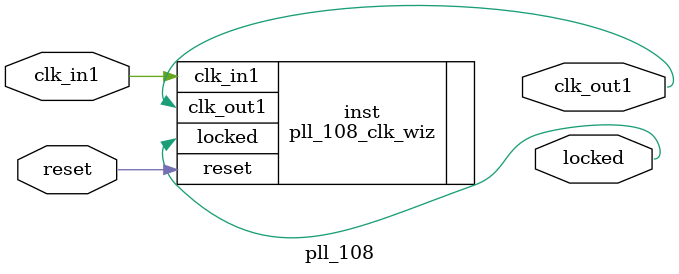
<source format=v>


`timescale 1ps/1ps

(* CORE_GENERATION_INFO = "pll_108,clk_wiz_v6_0_4_0_0,{component_name=pll_108,use_phase_alignment=true,use_min_o_jitter=false,use_max_i_jitter=false,use_dyn_phase_shift=false,use_inclk_switchover=false,use_dyn_reconfig=false,enable_axi=0,feedback_source=FDBK_AUTO,PRIMITIVE=PLL,num_out_clk=1,clkin1_period=10.000,clkin2_period=10.000,use_power_down=false,use_reset=true,use_locked=true,use_inclk_stopped=false,feedback_type=SINGLE,CLOCK_MGR_TYPE=NA,manual_override=false}" *)

module pll_108 
 (
  // Clock out ports
  output        clk_out1,
  // Status and control signals
  input         reset,
  output        locked,
 // Clock in ports
  input         clk_in1
 );

  pll_108_clk_wiz inst
  (
  // Clock out ports  
  .clk_out1(clk_out1),
  // Status and control signals               
  .reset(reset), 
  .locked(locked),
 // Clock in ports
  .clk_in1(clk_in1)
  );

endmodule

</source>
